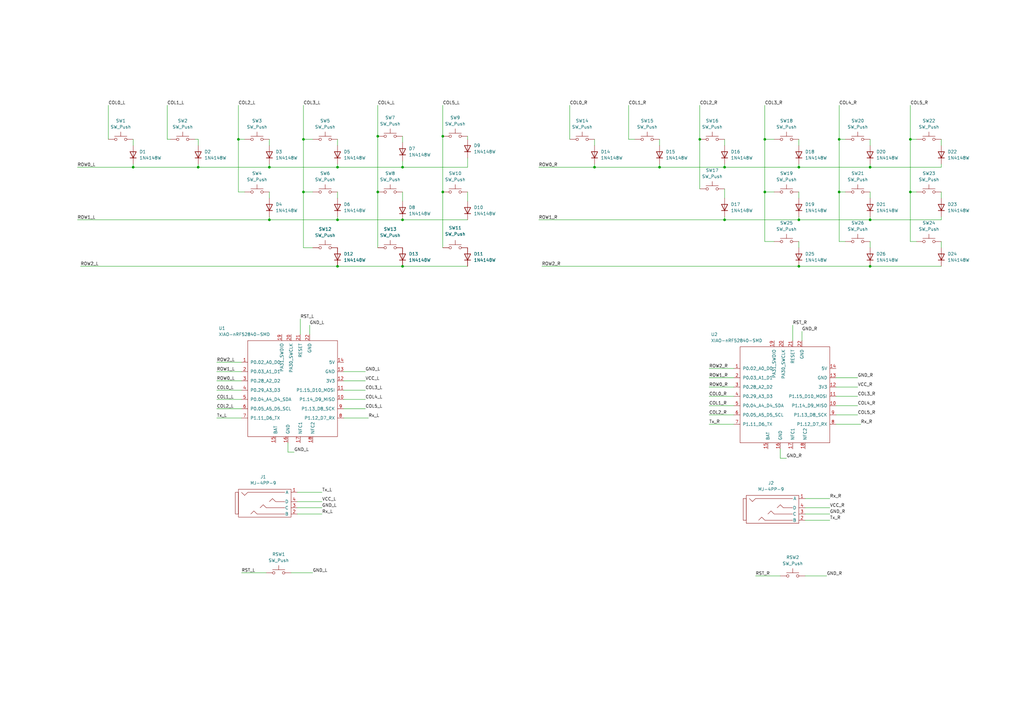
<source format=kicad_sch>
(kicad_sch (version 20250114) (generator "eeschema") (generator_version "9.0")
  (paper "A3")
  (title_block (title "メジロ式分割キーボードのようなもの") (date "2025-07-05"))
  (lib_symbols
    (symbol "Diode:1N4148W" (pin_numbers (hide yes)) (pin_names (hide yes))
      (property "Reference" "D" (at 0 2.54 0))
      (property "Value" "1N4148W" (at 0 -2.54 0))
      (symbol "1N4148W_0_1"
        (polyline (pts (xy -1.27 1.27) (xy -1.27 -1.27)) (stroke (width 0.254)))
        (polyline (pts (xy 1.27 1.27) (xy 1.27 -1.27) (xy -1.27 0) (xy 1.27 1.27)) (stroke (width 0.254)))
        (polyline (pts (xy 1.27 0) (xy -1.27 0)))
      )
      (symbol "1N4148W_1_1"
        (pin passive line (at -3.81 0 0) (length 2.54) (name "K") (number "1"))
        (pin passive line (at 3.81 0 180) (length 2.54) (name "A") (number "2"))
      )
    )
    (symbol "MJ-4PP-9:MJ-4PP-9" (pin_names (offset 1.016))
      (property "Reference" "J" (at 0 7.62 0))
      (property "Value" "MJ-4PP-9" (at 0 -8.89 0))
      (symbol "MJ-4PP-9_0_1"
        (rectangle (start -10.16 3.81) (end -11.43 -5.08))
        (polyline (pts (xy 8.89 3.81) (xy -6.35 3.81) (xy -7.62 2.54) (xy -8.89 3.81)))
        (polyline (pts (xy 8.89 0) (xy 5.08 0) (xy 3.81 1.27) (xy 2.54 0)))
        (polyline (pts (xy 8.89 -2.54) (xy 1.27 -2.54) (xy 0 -1.27) (xy -1.27 -2.54)))
        (polyline (pts (xy 8.89 -5.08) (xy -2.54 -5.08) (xy -3.81 -3.81) (xy -5.08 -5.08)))
        (rectangle (start 11.43 5.08) (end -10.16 -6.35))
      )
      (symbol "MJ-4PP-9_1_1"
        (pin input line (at 13.97 3.81 180) (length 2.54) (name "A") (number "1"))
        (pin input line (at 13.97 0 180) (length 2.54) (name "D") (number "4"))
        (pin input line (at 13.97 -2.54 180) (length 2.54) (name "C") (number "3"))
        (pin input line (at 13.97 -5.08 180) (length 2.54) (name "B") (number "2"))
      )
    )
    (symbol "Seeed_Studio_XIAO_Series:XIAO-nRF52840-SMD" (pin_names (offset 1.016))
      (property "Reference" "U" (at -18.542 23.114 0))
      (property "Value" "XIAO-nRF52840-SMD" (at -8.636 21.336 0))
      (symbol "XIAO-nRF52840-SMD_0_1"
        (rectangle (start -19.05 20.32) (end 17.78 -19.05))
      )
      (symbol "XIAO-nRF52840-SMD_1_1"
        (pin passive line (at -21.59 11.43 0) (length 2.54) (name "P0.02_A0_D0") (number "1"))
        (pin passive line (at -21.59 7.62 0) (length 2.54) (name "P0.03_A1_D1") (number "2"))
        (pin passive line (at -21.59 3.81 0) (length 2.54) (name "P0.28_A2_D2") (number "3"))
        (pin passive line (at -21.59 0 0) (length 2.54) (name "P0.29_A3_D3") (number "4"))
        (pin passive line (at -21.59 -3.81 0) (length 2.54) (name "P0.04_A4_D4_SDA") (number "5"))
        (pin passive line (at -21.59 -7.62 0) (length 2.54) (name "P0.05_A5_D5_SCL") (number "6"))
        (pin passive line (at -21.59 -11.43 0) (length 2.54) (name "P1.11_D6_TX") (number "7"))
        (pin passive line (at -7.62 -21.59 90) (length 2.54) (name "BAT") (number "15"))
        (pin passive line (at -5.08 22.86 270) (length 2.54) (name "PA31_SWDIO") (number "19"))
        (pin passive line (at -2.54 -21.59 90) (length 2.54) (name "GND") (number "16"))
        (pin passive line (at -1.27 22.86 270) (length 2.54) (name "PA30_SWCLK") (number "20"))
        (pin passive line (at 2.54 22.86 270) (length 2.54) (name "RESET") (number "21"))
        (pin passive line (at 2.54 -21.59 90) (length 2.54) (name "NFC1") (number "17"))
        (pin passive line (at 6.35 22.86 270) (length 2.54) (name "GND") (number "22"))
        (pin passive line (at 7.62 -21.59 90) (length 2.54) (name "NFC2") (number "18"))
        (pin passive line (at 20.32 11.43 180) (length 2.54) (name "5V") (number "14"))
        (pin passive line (at 20.32 7.62 180) (length 2.54) (name "GND") (number "13"))
        (pin passive line (at 20.32 3.81 180) (length 2.54) (name "3V3") (number "12"))
        (pin passive line (at 20.32 0 180) (length 2.54) (name "P1.15_D10_MOSI") (number "11"))
        (pin passive line (at 20.32 -3.81 180) (length 2.54) (name "P1.14_D9_MISO") (number "10"))
        (pin passive line (at 20.32 -7.62 180) (length 2.54) (name "P1.13_D8_SCK") (number "9"))
        (pin passive line (at 20.32 -11.43 180) (length 2.54) (name "P1.12_D7_RX") (number "8"))
      )
    )
    (symbol "Switch:SW_Push" (pin_numbers (hide yes)) (pin_names (offset 1.016) (hide yes))
      (property "Reference" "SW" (at 1.27 2.54 0))
      (property "Value" "SW_Push" (at 0 -1.524 0))
      (symbol "SW_Push_0_1"
        (circle (center -2.032 0) (radius 0.508))
        (polyline (pts (xy 0 1.27) (xy 0 3.048)))
        (circle (center 2.032 0) (radius 0.508))
        (polyline (pts (xy 2.54 1.27) (xy -2.54 1.27)))
        (pin passive line (at -5.08 0 0) (length 2.54) (name "1") (number "1"))
        (pin passive line (at 5.08 0 180) (length 2.54) (name "2") (number "2"))
      )
    )
  )
  (junction (at 124.46 78.74))
  (junction (at 110.49 68.58))
  (junction (at 181.61 78.74))
  (junction (at 81.28 68.58))
  (junction (at 243.84 68.58))
  (junction (at 327.66 109.22))
  (junction (at 287.02 57.15))
  (junction (at 154.94 55.88))
  (junction (at 313.69 57.15))
  (junction (at 356.87 109.22))
  (junction (at 327.66 90.17))
  (junction (at 165.1 109.22))
  (junction (at 138.43 109.22))
  (junction (at 297.18 90.17))
  (junction (at 356.87 68.58))
  (junction (at 54.61 68.58))
  (junction (at 344.17 78.74))
  (junction (at 297.18 68.58))
  (junction (at 138.43 68.58))
  (junction (at 138.43 90.17))
  (junction (at 373.38 57.15))
  (junction (at 97.79 57.15))
  (junction (at 124.46 57.15))
  (junction (at 327.66 68.58))
  (junction (at 165.1 90.17))
  (junction (at 165.1 68.58))
  (junction (at 313.69 78.74))
  (junction (at 154.94 78.74))
  (junction (at 373.38 78.74))
  (junction (at 181.61 55.88))
  (junction (at 270.51 68.58))
  (junction (at 110.49 90.17))
  (junction (at 356.87 90.17))
  (junction (at 344.17 57.15))
  (wire (pts (xy 31.75 68.58) (xy 54.61 68.58)))
  (wire (pts (xy 270.51 57.15) (xy 270.51 59.69)))
  (wire (pts (xy 297.18 77.47) (xy 297.18 81.28)))
  (wire (pts (xy 327.66 57.15) (xy 327.66 59.69)))
  (wire (pts (xy 121.92 208.28) (xy 132.08 208.28)))
  (wire (pts (xy 386.08 99.06) (xy 386.08 101.6)))
  (wire (pts (xy 110.49 88.9) (xy 110.49 90.17)))
  (wire (pts (xy 121.92 201.93) (xy 132.08 201.93)))
  (wire (pts (xy 140.97 163.83) (xy 149.86 163.83)))
  (wire (pts (xy 290.83 151.13) (xy 300.99 151.13)))
  (wire (pts (xy 344.17 78.74) (xy 346.71 78.74)))
  (wire (pts (xy 140.97 152.4) (xy 149.86 152.4)))
  (wire (pts (xy 68.58 57.15) (xy 69.85 57.15)))
  (wire (pts (xy 88.9 152.4) (xy 99.06 152.4)))
  (wire (pts (xy 327.66 67.31) (xy 327.66 68.58)))
  (wire (pts (xy 138.43 90.17) (xy 110.49 90.17)))
  (wire (pts (xy 97.79 78.74) (xy 100.33 78.74)))
  (wire (pts (xy 81.28 68.58) (xy 110.49 68.58)))
  (wire (pts (xy 88.9 160.02) (xy 99.06 160.02)))
  (wire (pts (xy 191.77 90.17) (xy 165.1 90.17)))
  (wire (pts (xy 243.84 57.15) (xy 243.84 59.69)))
  (wire (pts (xy 386.08 90.17) (xy 356.87 90.17)))
  (wire (pts (xy 344.17 57.15) (xy 344.17 78.74)))
  (wire (pts (xy 290.83 170.18) (xy 300.99 170.18)))
  (wire (pts (xy 140.97 156.21) (xy 149.86 156.21)))
  (wire (pts (xy 356.87 109.22) (xy 386.08 109.22)))
  (wire (pts (xy 330.2 208.28) (xy 340.36 208.28)))
  (wire (pts (xy 123.19 130.81) (xy 123.19 137.16)))
  (wire (pts (xy 290.83 166.37) (xy 300.99 166.37)))
  (wire (pts (xy 330.2 210.82) (xy 340.36 210.82)))
  (wire (pts (xy 287.02 57.15) (xy 287.02 77.47)))
  (wire (pts (xy 297.18 67.31) (xy 297.18 68.58)))
  (wire (pts (xy 165.1 109.22) (xy 191.77 109.22)))
  (wire (pts (xy 356.87 99.06) (xy 356.87 101.6)))
  (wire (pts (xy 297.18 88.9) (xy 297.18 90.17)))
  (wire (pts (xy 373.38 99.06) (xy 375.92 99.06)))
  (wire (pts (xy 313.69 43.18) (xy 313.69 57.15)))
  (wire (pts (xy 44.45 43.18) (xy 44.45 57.15)))
  (wire (pts (xy 110.49 68.58) (xy 138.43 68.58)))
  (wire (pts (xy 344.17 43.18) (xy 344.17 57.15)))
  (wire (pts (xy 220.98 68.58) (xy 243.84 68.58)))
  (wire (pts (xy 140.97 167.64) (xy 149.86 167.64)))
  (wire (pts (xy 99.06 234.95) (xy 109.22 234.95)))
  (wire (pts (xy 270.51 67.31) (xy 270.51 68.58)))
  (wire (pts (xy 313.69 78.74) (xy 313.69 99.06)))
  (wire (pts (xy 138.43 67.31) (xy 138.43 68.58)))
  (wire (pts (xy 31.75 90.17) (xy 110.49 90.17)))
  (wire (pts (xy 342.9 170.18) (xy 351.79 170.18)))
  (wire (pts (xy 191.77 78.74) (xy 191.77 82.55)))
  (wire (pts (xy 121.92 205.74) (xy 132.08 205.74)))
  (wire (pts (xy 54.61 68.58) (xy 81.28 68.58)))
  (wire (pts (xy 124.46 57.15) (xy 124.46 78.74)))
  (wire (pts (xy 327.66 88.9) (xy 327.66 90.17)))
  (wire (pts (xy 287.02 43.18) (xy 287.02 57.15)))
  (wire (pts (xy 297.18 90.17) (xy 327.66 90.17)))
  (wire (pts (xy 386.08 88.9) (xy 386.08 90.17)))
  (wire (pts (xy 342.9 158.75) (xy 351.79 158.75)))
  (wire (pts (xy 328.93 135.89) (xy 328.93 139.7)))
  (wire (pts (xy 327.66 78.74) (xy 327.66 81.28)))
  (wire (pts (xy 88.9 167.64) (xy 99.06 167.64)))
  (wire (pts (xy 373.38 78.74) (xy 373.38 99.06)))
  (wire (pts (xy 344.17 57.15) (xy 346.71 57.15)))
  (wire (pts (xy 330.2 204.47) (xy 340.36 204.47)))
  (wire (pts (xy 373.38 57.15) (xy 375.92 57.15)))
  (wire (pts (xy 80.01 57.15) (xy 81.28 57.15)))
  (wire (pts (xy 138.43 78.74) (xy 138.43 81.28)))
  (wire (pts (xy 330.2 236.22) (xy 339.09 236.22)))
  (wire (pts (xy 154.94 78.74) (xy 154.94 101.6)))
  (wire (pts (xy 154.94 55.88) (xy 154.94 78.74)))
  (wire (pts (xy 138.43 109.22) (xy 165.1 109.22)))
  (wire (pts (xy 88.9 163.83) (xy 99.06 163.83)))
  (wire (pts (xy 124.46 43.18) (xy 124.46 57.15)))
  (wire (pts (xy 54.61 67.31) (xy 54.61 68.58)))
  (wire (pts (xy 97.79 57.15) (xy 100.33 57.15)))
  (wire (pts (xy 165.1 78.74) (xy 165.1 82.55)))
  (wire (pts (xy 356.87 78.74) (xy 356.87 81.28)))
  (wire (pts (xy 110.49 78.74) (xy 110.49 81.28)))
  (wire (pts (xy 373.38 43.18) (xy 373.38 57.15)))
  (wire (pts (xy 110.49 57.15) (xy 110.49 59.69)))
  (wire (pts (xy 33.02 109.22) (xy 138.43 109.22)))
  (wire (pts (xy 342.9 166.37) (xy 351.79 166.37)))
  (wire (pts (xy 320.04 184.15) (xy 320.04 187.96)))
  (wire (pts (xy 313.69 57.15) (xy 317.5 57.15)))
  (wire (pts (xy 54.61 57.15) (xy 54.61 59.69)))
  (wire (pts (xy 181.61 43.18) (xy 181.61 55.88)))
  (wire (pts (xy 165.1 90.17) (xy 138.43 90.17)))
  (wire (pts (xy 124.46 78.74) (xy 128.27 78.74)))
  (wire (pts (xy 243.84 67.31) (xy 243.84 68.58)))
  (wire (pts (xy 386.08 57.15) (xy 386.08 59.69)))
  (wire (pts (xy 191.77 55.88) (xy 191.77 57.15)))
  (wire (pts (xy 325.12 133.35) (xy 325.12 139.7)))
  (wire (pts (xy 119.38 234.95) (xy 128.27 234.95)))
  (wire (pts (xy 344.17 99.06) (xy 346.71 99.06)))
  (wire (pts (xy 320.04 187.96) (xy 322.58 187.96)))
  (wire (pts (xy 138.43 57.15) (xy 138.43 59.69)))
  (wire (pts (xy 290.83 158.75) (xy 300.99 158.75)))
  (wire (pts (xy 124.46 57.15) (xy 128.27 57.15)))
  (wire (pts (xy 309.88 236.22) (xy 320.04 236.22)))
  (wire (pts (xy 313.69 99.06) (xy 317.5 99.06)))
  (wire (pts (xy 81.28 67.31) (xy 81.28 68.58)))
  (wire (pts (xy 165.1 66.04) (xy 165.1 68.58)))
  (wire (pts (xy 121.92 210.82) (xy 132.08 210.82)))
  (wire (pts (xy 327.66 90.17) (xy 356.87 90.17)))
  (wire (pts (xy 110.49 67.31) (xy 110.49 68.58)))
  (wire (pts (xy 191.77 64.77) (xy 191.77 68.58)))
  (wire (pts (xy 356.87 90.17) (xy 356.87 88.9)))
  (wire (pts (xy 88.9 156.21) (xy 99.06 156.21)))
  (wire (pts (xy 342.9 173.99) (xy 353.06 173.99)))
  (wire (pts (xy 386.08 78.74) (xy 386.08 81.28)))
  (wire (pts (xy 257.81 43.18) (xy 257.81 57.15)))
  (wire (pts (xy 165.1 55.88) (xy 165.1 58.42)))
  (wire (pts (xy 138.43 68.58) (xy 165.1 68.58)))
  (wire (pts (xy 313.69 78.74) (xy 317.5 78.74)))
  (wire (pts (xy 68.58 43.18) (xy 68.58 57.15)))
  (wire (pts (xy 270.51 68.58) (xy 297.18 68.58)))
  (wire (pts (xy 138.43 90.17) (xy 138.43 88.9)))
  (wire (pts (xy 297.18 57.15) (xy 297.18 59.69)))
  (wire (pts (xy 127 133.35) (xy 127 137.16)))
  (wire (pts (xy 373.38 57.15) (xy 373.38 78.74)))
  (wire (pts (xy 327.66 99.06) (xy 327.66 101.6)))
  (wire (pts (xy 290.83 154.94) (xy 300.99 154.94)))
  (wire (pts (xy 313.69 57.15) (xy 313.69 78.74)))
  (wire (pts (xy 386.08 67.31) (xy 386.08 68.58)))
  (wire (pts (xy 181.61 78.74) (xy 181.61 101.6)))
  (wire (pts (xy 140.97 160.02) (xy 149.86 160.02)))
  (wire (pts (xy 140.97 171.45) (xy 151.13 171.45)))
  (wire (pts (xy 220.98 90.17) (xy 297.18 90.17)))
  (wire (pts (xy 118.11 185.42) (xy 120.65 185.42)))
  (wire (pts (xy 327.66 109.22) (xy 356.87 109.22)))
  (wire (pts (xy 124.46 78.74) (xy 124.46 101.6)))
  (wire (pts (xy 81.28 57.15) (xy 81.28 59.69)))
  (wire (pts (xy 344.17 78.74) (xy 344.17 99.06)))
  (wire (pts (xy 233.68 43.18) (xy 233.68 57.15)))
  (wire (pts (xy 356.87 68.58) (xy 386.08 68.58)))
  (wire (pts (xy 356.87 57.15) (xy 356.87 59.69)))
  (wire (pts (xy 290.83 162.56) (xy 300.99 162.56)))
  (wire (pts (xy 88.9 171.45) (xy 99.06 171.45)))
  (wire (pts (xy 330.2 213.36) (xy 340.36 213.36)))
  (wire (pts (xy 257.81 57.15) (xy 260.35 57.15)))
  (wire (pts (xy 327.66 68.58) (xy 356.87 68.58)))
  (wire (pts (xy 373.38 78.74) (xy 375.92 78.74)))
  (wire (pts (xy 290.83 173.99) (xy 300.99 173.99)))
  (wire (pts (xy 154.94 43.18) (xy 154.94 55.88)))
  (wire (pts (xy 222.25 109.22) (xy 327.66 109.22)))
  (wire (pts (xy 342.9 154.94) (xy 351.79 154.94)))
  (wire (pts (xy 118.11 181.61) (xy 118.11 185.42)))
  (wire (pts (xy 297.18 68.58) (xy 327.66 68.58)))
  (wire (pts (xy 124.46 101.6) (xy 128.27 101.6)))
  (wire (pts (xy 181.61 55.88) (xy 181.61 78.74)))
  (wire (pts (xy 97.79 57.15) (xy 97.79 78.74)))
  (wire (pts (xy 342.9 162.56) (xy 351.79 162.56)))
  (wire (pts (xy 191.77 68.58) (xy 165.1 68.58)))
  (wire (pts (xy 356.87 68.58) (xy 356.87 67.31)))
  (wire (pts (xy 97.79 43.18) (xy 97.79 57.15)))
  (wire (pts (xy 243.84 68.58) (xy 270.51 68.58)))
  (wire (pts (xy 88.9 148.59) (xy 99.06 148.59)))
  (label "COL4_R" (at 344.17 43.18 0))
  (label "COL2_R" (at 287.02 43.18 0))
  (label "COL5_L" (at 149.86 167.64 0))
  (label "COL2_L" (at 88.9 167.64 0))
  (label "COL3_L" (at 149.86 160.02 0))
  (label "ROW2_L" (at 88.9 148.59 0))
  (label "ROW0_R" (at 220.98 68.58 0))
  (label "COL3_R" (at 351.79 162.56 0))
  (label "COL4_L" (at 154.94 43.18 0))
  (label "Tx_L" (at 88.9 171.45 0))
  (label "Rx_R" (at 353.06 173.99 0))
  (label "ROW1_R" (at 290.83 154.94 0))
  (label "Tx_R" (at 340.36 213.36 0))
  (label "ROW2_R" (at 222.25 109.22 0))
  (label "ROW0_R" (at 290.83 158.75 0))
  (label "RST_R" (at 309.88 236.22 0))
  (label "COL0_R" (at 290.83 162.56 0))
  (label "COL0_L" (at 88.9 160.02 0))
  (label "ROW2_R" (at 290.83 151.13 0))
  (label "ROW1_L" (at 88.9 152.4 0))
  (label "COL2_R" (at 290.83 170.18 0))
  (label "GND_L" (at 120.65 185.42 0))
  (label "VCC_L" (at 149.86 156.21 0))
  (label "Rx_R" (at 340.36 204.47 0))
  (label "COL1_L" (at 88.9 163.83 0))
  (label "COL5_R" (at 373.38 43.18 0))
  (label "ROW1_L" (at 31.75 90.17 0))
  (label "VCC_L" (at 132.08 205.74 0))
  (label "GND_L" (at 149.86 152.4 0))
  (label "COL3_L" (at 124.46 43.18 0))
  (label "COL1_L" (at 68.58 43.18 0))
  (label "COL0_R" (at 233.68 43.18 0))
  (label "COL2_L" (at 97.79 43.18 0))
  (label "Rx_L" (at 132.08 210.82 0))
  (label "GND_L" (at 132.08 208.28 0))
  (label "COL4_R" (at 351.79 166.37 0))
  (label "ROW0_L" (at 88.9 156.21 0))
  (label "COL1_R" (at 290.83 166.37 0))
  (label "COL5_L" (at 181.61 43.18 0))
  (label "Tx_R" (at 290.83 173.99 0))
  (label "GND_R" (at 351.79 154.94 0))
  (label "GND_L" (at 128.27 234.95 0))
  (label "RST_L" (at 123.19 130.81 0))
  (label "COL3_R" (at 313.69 43.18 0))
  (label "RST_L" (at 99.06 234.95 0))
  (label "COL1_R" (at 257.81 43.18 0))
  (label "VCC_R" (at 351.79 158.75 0))
  (label "Tx_L" (at 132.08 201.93 0))
  (label "GND_R" (at 339.09 236.22 0))
  (label "GND_R" (at 328.93 135.89 0))
  (label "GND_R" (at 322.58 187.96 0))
  (label "GND_R" (at 340.36 210.82 0))
  (label "ROW1_R" (at 220.98 90.17 0))
  (label "RST_R" (at 325.12 133.35 0))
  (label "VCC_R" (at 340.36 208.28 0))
  (label "COL5_R" (at 351.79 170.18 0))
  (label "ROW0_L" (at 31.75 68.58 0))
  (label "Rx_L" (at 151.13 171.45 0))
  (label "GND_L" (at 127 133.35 0))
  (label "COL0_L" (at 44.45 43.18 0))
  (label "COL4_L" (at 149.86 163.83 0))
  (label "ROW2_L" (at 33.02 109.22 0))
  (symbol (lib_id "Switch:SW_Push") (at 322.58 57.15 0) (unit 1)
    (property "Reference" "SW18" (at 322.58 49.53 0))
    (property "Value" "SW_Push" (at 322.58 52.07 0))
    (property "Footprint" "keyswitches:Kailh_socket_MX" (effects (hide yes)))
    (property "Description" "Push button switch, generic, two pins" (effects (hide yes)))
  )
  (symbol (lib_id "Switch:SW_Push") (at 114.3 234.95 0) (unit 1)
    (property "Reference" "RSW1" (at 114.3 227.33 0))
    (property "Value" "SW_Push" (at 114.3 229.87 0))
    (property "Footprint" "mejiro_footprint:SKHLLCA010" (effects (hide yes)))
    (property "Description" "Push button switch, generic, two pins" (effects (hide yes)))
  )
  (symbol (lib_id "Switch:SW_Push") (at 381 99.06 0) (unit 1)
    (property "Reference" "SW24" (at 381 91.44 0))
    (property "Value" "SW_Push" (at 381 93.98 0))
    (property "Footprint" "keyswitches:Kailh_socket_MX" (effects (hide yes)))
    (property "Description" "Push button switch, generic, two pins" (effects (hide yes)))
  )
  (symbol (lib_id "Diode:1N4148W") (at 327.66 105.41 90) (unit 1)
    (property "Reference" "D25" (at 330.2 104.1399 90) (effects (justify right)))
    (property "Value" "1N4148W" (at 330.2 106.6799 90) (effects (justify right)))
    (property "Footprint" "Diode_SMD:D_SOD-123" (effects (hide yes)))
    (property "Datasheet" "https://www.vishay.com/docs/85748/1n4148w.pdf" (effects (hide yes)))
    (property "Description" "75V 0.15A Fast Switching Diode, SOD-123" (effects (hide yes)))
    (property "Sim.Device" "D" (effects (hide yes)))
    (property "Sim.Pins" "1=K 2=A" (effects (hide yes)))
  )
  (symbol (lib_id "Switch:SW_Push") (at 351.79 99.06 0) (unit 1)
    (property "Reference" "SW26" (at 351.79 91.44 0))
    (property "Value" "SW_Push" (at 351.79 93.98 0))
    (property "Footprint" "keyswitches:Kailh_socket_MX" (effects (hide yes)))
    (property "Description" "Push button switch, generic, two pins" (effects (hide yes)))
  )
  (symbol (lib_id "Diode:1N4148W") (at 191.77 86.36 90) (unit 1)
    (property "Reference" "D10" (at 194.31 85.0899 90) (effects (justify right)))
    (property "Value" "1N4148W" (at 194.31 87.6299 90) (effects (justify right)))
    (property "Footprint" "Diode_SMD:D_SOD-123" (effects (hide yes)))
    (property "Datasheet" "https://www.vishay.com/docs/85748/1n4148w.pdf" (effects (hide yes)))
    (property "Description" "75V 0.15A Fast Switching Diode, SOD-123" (effects (hide yes)))
    (property "Sim.Device" "D" (effects (hide yes)))
    (property "Sim.Pins" "1=K 2=A" (effects (hide yes)))
  )
  (symbol (lib_id "Diode:1N4148W") (at 356.87 63.5 90) (unit 1)
    (property "Reference" "D20" (at 359.41 62.2299 90) (effects (justify right)))
    (property "Value" "1N4148W" (at 359.41 64.7699 90) (effects (justify right)))
    (property "Footprint" "Diode_SMD:D_SOD-123" (effects (hide yes)))
    (property "Datasheet" "https://www.vishay.com/docs/85748/1n4148w.pdf" (effects (hide yes)))
    (property "Description" "75V 0.15A Fast Switching Diode, SOD-123" (effects (hide yes)))
    (property "Sim.Device" "D" (effects (hide yes)))
    (property "Sim.Pins" "1=K 2=A" (effects (hide yes)))
  )
  (symbol (lib_id "Switch:SW_Push") (at 322.58 78.74 0) (unit 1)
    (property "Reference" "SW19" (at 322.58 71.12 0))
    (property "Value" "SW_Push" (at 322.58 73.66 0))
    (property "Footprint" "keyswitches:Kailh_socket_MX" (effects (hide yes)))
    (property "Description" "Push button switch, generic, two pins" (effects (hide yes)))
  )
  (symbol (lib_id "Switch:SW_Push") (at 238.76 57.15 0) (unit 1)
    (property "Reference" "SW14" (at 238.76 49.53 0))
    (property "Value" "SW_Push" (at 238.76 52.07 0))
    (property "Footprint" "keyswitches:Kailh_socket_MX" (effects (hide yes)))
    (property "Description" "Push button switch, generic, two pins" (effects (hide yes)))
  )
  (symbol (lib_id "Diode:1N4148W") (at 270.51 63.5 90) (unit 1)
    (property "Reference" "D15" (at 273.05 62.2299 90) (effects (justify right)))
    (property "Value" "1N4148W" (at 273.05 64.7699 90) (effects (justify right)))
    (property "Footprint" "Diode_SMD:D_SOD-123" (effects (hide yes)))
    (property "Datasheet" "https://www.vishay.com/docs/85748/1n4148w.pdf" (effects (hide yes)))
    (property "Description" "75V 0.15A Fast Switching Diode, SOD-123" (effects (hide yes)))
    (property "Sim.Device" "D" (effects (hide yes)))
    (property "Sim.Pins" "1=K 2=A" (effects (hide yes)))
  )
  (symbol (lib_id "Diode:1N4148W") (at 386.08 85.09 90) (unit 1)
    (property "Reference" "D23" (at 388.62 83.8199 90) (effects (justify right)))
    (property "Value" "1N4148W" (at 388.62 86.3599 90) (effects (justify right)))
    (property "Footprint" "Diode_SMD:D_SOD-123" (effects (hide yes)))
    (property "Datasheet" "https://www.vishay.com/docs/85748/1n4148w.pdf" (effects (hide yes)))
    (property "Description" "75V 0.15A Fast Switching Diode, SOD-123" (effects (hide yes)))
    (property "Sim.Device" "D" (effects (hide yes)))
    (property "Sim.Pins" "1=K 2=A" (effects (hide yes)))
  )
  (symbol (lib_id "Switch:SW_Push") (at 105.41 78.74 0) (unit 1)
    (property "Reference" "SW4" (at 105.41 71.12 0))
    (property "Value" "SW_Push" (at 105.41 73.66 0))
    (property "Footprint" "keyswitches:Kailh_socket_MX" (effects (hide yes)))
    (property "Description" "Push button switch, generic, two pins" (effects (hide yes)))
  )
  (symbol (lib_id "Switch:SW_Push") (at 186.69 78.74 0) (unit 1)
    (property "Reference" "SW10" (at 186.69 71.12 0))
    (property "Value" "SW_Push" (at 186.69 73.66 0))
    (property "Footprint" "keyswitches:Kailh_socket_MX" (effects (hide yes)))
    (property "Description" "Push button switch, generic, two pins" (effects (hide yes)))
  )
  (symbol (lib_id "Seeed_Studio_XIAO_Series:XIAO-nRF52840-SMD") (at 322.58 162.56 0) (unit 1)
    (property "Reference" "U2" (at 291.592 137.16 0) (effects (justify left)))
    (property "Value" "XIAO-nRF52840-SMD" (at 291.592 139.7 0) (effects (justify left)))
    (property "Footprint" "mejiro_footprint:XIAO-nRF52840-SMD" (effects (hide yes)))
  )
  (symbol (lib_id "Diode:1N4148W") (at 191.77 60.96 90) (unit 1)
    (property "Reference" "D9" (at 194.31 59.6899 90) (effects (justify right)))
    (property "Value" "1N4148W" (at 194.31 62.2299 90) (effects (justify right)))
    (property "Footprint" "Diode_SMD:D_SOD-123" (effects (hide yes)))
    (property "Datasheet" "https://www.vishay.com/docs/85748/1n4148w.pdf" (effects (hide yes)))
    (property "Description" "75V 0.15A Fast Switching Diode, SOD-123" (effects (hide yes)))
    (property "Sim.Device" "D" (effects (hide yes)))
    (property "Sim.Pins" "1=K 2=A" (effects (hide yes)))
  )
  (symbol (lib_id "Switch:SW_Push") (at 265.43 57.15 0) (unit 1)
    (property "Reference" "SW15" (at 265.43 49.53 0))
    (property "Value" "SW_Push" (at 265.43 52.07 0))
    (property "Footprint" "keyswitches:Kailh_socket_MX" (effects (hide yes)))
    (property "Description" "Push button switch, generic, two pins" (effects (hide yes)))
  )
  (symbol (lib_id "Switch:SW_Push") (at 49.53 57.15 0) (unit 1)
    (property "Reference" "SW1" (at 49.53 49.53 0))
    (property "Value" "SW_Push" (at 49.53 52.07 0))
    (property "Footprint" "keyswitches:Kailh_socket_MX" (effects (hide yes)))
    (property "Description" "Push button switch, generic, two pins" (effects (hide yes)))
  )
  (symbol (lib_id "Switch:SW_Push") (at 160.02 101.6 0) (unit 1)
    (property "Reference" "SW13" (at 160.02 93.98 0))
    (property "Value" "SW_Push" (at 160.02 96.52 0))
    (property "Footprint" "keyswitches:Kailh_socket_MX" (effects (hide yes)))
    (property "Description" "Push button switch, generic, two pins" (effects (hide yes)))
  )
  (symbol (lib_id "Diode:1N4148W") (at 110.49 63.5 90) (unit 1)
    (property "Reference" "D3" (at 113.03 62.2299 90) (effects (justify right)))
    (property "Value" "1N4148W" (at 113.03 64.7699 90) (effects (justify right)))
    (property "Footprint" "Diode_SMD:D_SOD-123" (effects (hide yes)))
    (property "Datasheet" "https://www.vishay.com/docs/85748/1n4148w.pdf" (effects (hide yes)))
    (property "Description" "75V 0.15A Fast Switching Diode, SOD-123" (effects (hide yes)))
    (property "Sim.Device" "D" (effects (hide yes)))
    (property "Sim.Pins" "1=K 2=A" (effects (hide yes)))
  )
  (symbol (lib_id "Diode:1N4148W") (at 138.43 105.41 90) (unit 1)
    (property "Reference" "D12" (at 140.97 104.1399 90) (effects (justify right)))
    (property "Value" "1N4148W" (at 140.97 106.6799 90) (effects (justify right)))
    (property "Footprint" "Diode_SMD:D_SOD-123" (effects (hide yes)))
    (property "Datasheet" "https://www.vishay.com/docs/85748/1n4148w.pdf" (effects (hide yes)))
    (property "Description" "75V 0.15A Fast Switching Diode, SOD-123" (effects (hide yes)))
    (property "Sim.Device" "D" (effects (hide yes)))
    (property "Sim.Pins" "1=K 2=A" (effects (hide yes)))
  )
  (symbol (lib_id "Diode:1N4148W") (at 386.08 105.41 90) (unit 1)
    (property "Reference" "D24" (at 388.62 104.1399 90) (effects (justify right)))
    (property "Value" "1N4148W" (at 388.62 106.6799 90) (effects (justify right)))
    (property "Footprint" "Diode_SMD:D_SOD-123" (effects (hide yes)))
    (property "Datasheet" "https://www.vishay.com/docs/85748/1n4148w.pdf" (effects (hide yes)))
    (property "Description" "75V 0.15A Fast Switching Diode, SOD-123" (effects (hide yes)))
    (property "Sim.Device" "D" (effects (hide yes)))
    (property "Sim.Pins" "1=K 2=A" (effects (hide yes)))
  )
  (symbol (lib_id "Diode:1N4148W") (at 327.66 85.09 90) (unit 1)
    (property "Reference" "D19" (at 330.2 83.8199 90) (effects (justify right)))
    (property "Value" "1N4148W" (at 330.2 86.3599 90) (effects (justify right)))
    (property "Footprint" "Diode_SMD:D_SOD-123" (effects (hide yes)))
    (property "Datasheet" "https://www.vishay.com/docs/85748/1n4148w.pdf" (effects (hide yes)))
    (property "Description" "75V 0.15A Fast Switching Diode, SOD-123" (effects (hide yes)))
    (property "Sim.Device" "D" (effects (hide yes)))
    (property "Sim.Pins" "1=K 2=A" (effects (hide yes)))
  )
  (symbol (lib_id "Switch:SW_Push") (at 74.93 57.15 0) (unit 1)
    (property "Reference" "SW2" (at 74.93 49.53 0))
    (property "Value" "SW_Push" (at 74.93 52.07 0))
    (property "Footprint" "keyswitches:Kailh_socket_MX" (effects (hide yes)))
    (property "Description" "Push button switch, generic, two pins" (effects (hide yes)))
  )
  (symbol (lib_id "Diode:1N4148W") (at 138.43 85.09 90) (unit 1)
    (property "Reference" "D6" (at 140.97 83.8199 90) (effects (justify right)))
    (property "Value" "1N4148W" (at 140.97 86.3599 90) (effects (justify right)))
    (property "Footprint" "Diode_SMD:D_SOD-123" (effects (hide yes)))
    (property "Datasheet" "https://www.vishay.com/docs/85748/1n4148w.pdf" (effects (hide yes)))
    (property "Description" "75V 0.15A Fast Switching Diode, SOD-123" (effects (hide yes)))
    (property "Sim.Device" "D" (effects (hide yes)))
    (property "Sim.Pins" "1=K 2=A" (effects (hide yes)))
  )
  (symbol (lib_id "Diode:1N4148W") (at 386.08 63.5 90) (unit 1)
    (property "Reference" "D22" (at 388.62 62.2299 90) (effects (justify right)))
    (property "Value" "1N4148W" (at 388.62 64.7699 90) (effects (justify right)))
    (property "Footprint" "Diode_SMD:D_SOD-123" (effects (hide yes)))
    (property "Datasheet" "https://www.vishay.com/docs/85748/1n4148w.pdf" (effects (hide yes)))
    (property "Description" "75V 0.15A Fast Switching Diode, SOD-123" (effects (hide yes)))
    (property "Sim.Device" "D" (effects (hide yes)))
    (property "Sim.Pins" "1=K 2=A" (effects (hide yes)))
  )
  (symbol (lib_id "Diode:1N4148W") (at 81.28 63.5 90) (unit 1)
    (property "Reference" "D2" (at 83.82 62.2299 90) (effects (justify right)))
    (property "Value" "1N4148W" (at 83.82 64.7699 90) (effects (justify right)))
    (property "Footprint" "Diode_SMD:D_SOD-123" (effects (hide yes)))
    (property "Datasheet" "https://www.vishay.com/docs/85748/1n4148w.pdf" (effects (hide yes)))
    (property "Description" "75V 0.15A Fast Switching Diode, SOD-123" (effects (hide yes)))
    (property "Sim.Device" "D" (effects (hide yes)))
    (property "Sim.Pins" "1=K 2=A" (effects (hide yes)))
  )
  (symbol (lib_id "Diode:1N4148W") (at 191.77 105.41 90) (unit 1)
    (property "Reference" "D11" (at 194.31 104.1399 90) (effects (justify right)))
    (property "Value" "1N4148W" (at 194.31 106.6799 90) (effects (justify right)))
    (property "Footprint" "Diode_SMD:D_SOD-123" (effects (hide yes)))
    (property "Datasheet" "https://www.vishay.com/docs/85748/1n4148w.pdf" (effects (hide yes)))
    (property "Description" "75V 0.15A Fast Switching Diode, SOD-123" (effects (hide yes)))
    (property "Sim.Device" "D" (effects (hide yes)))
    (property "Sim.Pins" "1=K 2=A" (effects (hide yes)))
  )
  (symbol (lib_id "Diode:1N4148W") (at 356.87 85.09 90) (unit 1)
    (property "Reference" "D21" (at 359.41 83.8199 90) (effects (justify right)))
    (property "Value" "1N4148W" (at 359.41 86.3599 90) (effects (justify right)))
    (property "Footprint" "Diode_SMD:D_SOD-123" (effects (hide yes)))
    (property "Datasheet" "https://www.vishay.com/docs/85748/1n4148w.pdf" (effects (hide yes)))
    (property "Description" "75V 0.15A Fast Switching Diode, SOD-123" (effects (hide yes)))
    (property "Sim.Device" "D" (effects (hide yes)))
    (property "Sim.Pins" "1=K 2=A" (effects (hide yes)))
  )
  (symbol (lib_id "Seeed_Studio_XIAO_Series:XIAO-nRF52840-SMD") (at 120.65 160.02 0) (unit 1)
    (property "Reference" "U1" (at 89.662 134.62 0) (effects (justify left)))
    (property "Value" "XIAO-nRF52840-SMD" (at 89.662 137.16 0) (effects (justify left)))
    (property "Footprint" "mejiro_footprint:XIAO-nRF52840-SMD" (effects (hide yes)))
  )
  (symbol (lib_id "Switch:SW_Push") (at 351.79 57.15 0) (unit 1)
    (property "Reference" "SW20" (at 351.79 49.53 0))
    (property "Value" "SW_Push" (at 351.79 52.07 0))
    (property "Footprint" "keyswitches:Kailh_socket_MX" (effects (hide yes)))
    (property "Description" "Push button switch, generic, two pins" (effects (hide yes)))
  )
  (symbol (lib_id "Diode:1N4148W") (at 356.87 105.41 90) (unit 1)
    (property "Reference" "D26" (at 359.41 104.1399 90) (effects (justify right)))
    (property "Value" "1N4148W" (at 359.41 106.6799 90) (effects (justify right)))
    (property "Footprint" "Diode_SMD:D_SOD-123" (effects (hide yes)))
    (property "Datasheet" "https://www.vishay.com/docs/85748/1n4148w.pdf" (effects (hide yes)))
    (property "Description" "75V 0.15A Fast Switching Diode, SOD-123" (effects (hide yes)))
    (property "Sim.Device" "D" (effects (hide yes)))
    (property "Sim.Pins" "1=K 2=A" (effects (hide yes)))
  )
  (symbol (lib_id "Diode:1N4148W") (at 165.1 62.23 90) (unit 1)
    (property "Reference" "D7" (at 167.64 60.9599 90) (effects (justify right)))
    (property "Value" "1N4148W" (at 167.64 63.4999 90) (effects (justify right)))
    (property "Footprint" "Diode_SMD:D_SOD-123" (effects (hide yes)))
    (property "Datasheet" "https://www.vishay.com/docs/85748/1n4148w.pdf" (effects (hide yes)))
    (property "Description" "75V 0.15A Fast Switching Diode, SOD-123" (effects (hide yes)))
    (property "Sim.Device" "D" (effects (hide yes)))
    (property "Sim.Pins" "1=K 2=A" (effects (hide yes)))
  )
  (symbol (lib_id "Diode:1N4148W") (at 138.43 63.5 90) (unit 1)
    (property "Reference" "D5" (at 140.97 62.2299 90) (effects (justify right)))
    (property "Value" "1N4148W" (at 140.97 64.7699 90) (effects (justify right)))
    (property "Footprint" "Diode_SMD:D_SOD-123" (effects (hide yes)))
    (property "Datasheet" "https://www.vishay.com/docs/85748/1n4148w.pdf" (effects (hide yes)))
    (property "Description" "75V 0.15A Fast Switching Diode, SOD-123" (effects (hide yes)))
    (property "Sim.Device" "D" (effects (hide yes)))
    (property "Sim.Pins" "1=K 2=A" (effects (hide yes)))
  )
  (symbol (lib_id "Switch:SW_Push") (at 325.12 236.22 0) (unit 1)
    (property "Reference" "RSW2" (at 325.12 228.6 0))
    (property "Value" "SW_Push" (at 325.12 231.14 0))
    (property "Footprint" "mejiro_footprint:SKHLLCA010" (effects (hide yes)))
    (property "Description" "Push button switch, generic, two pins" (effects (hide yes)))
  )
  (symbol (lib_id "Switch:SW_Push") (at 322.58 99.06 0) (unit 1)
    (property "Reference" "SW25" (at 322.58 91.44 0))
    (property "Value" "SW_Push" (at 322.58 93.98 0))
    (property "Footprint" "keyswitches:Kailh_socket_MX" (effects (hide yes)))
    (property "Description" "Push button switch, generic, two pins" (effects (hide yes)))
  )
  (symbol (lib_id "Diode:1N4148W") (at 243.84 63.5 90) (unit 1)
    (property "Reference" "D14" (at 246.38 62.2299 90) (effects (justify right)))
    (property "Value" "1N4148W" (at 246.38 64.7699 90) (effects (justify right)))
    (property "Footprint" "Diode_SMD:D_SOD-123" (effects (hide yes)))
    (property "Datasheet" "https://www.vishay.com/docs/85748/1n4148w.pdf" (effects (hide yes)))
    (property "Description" "75V 0.15A Fast Switching Diode, SOD-123" (effects (hide yes)))
    (property "Sim.Device" "D" (effects (hide yes)))
    (property "Sim.Pins" "1=K 2=A" (effects (hide yes)))
  )
  (symbol (lib_id "Diode:1N4148W") (at 110.49 85.09 90) (unit 1)
    (property "Reference" "D4" (at 113.03 83.8199 90) (effects (justify right)))
    (property "Value" "1N4148W" (at 113.03 86.3599 90) (effects (justify right)))
    (property "Footprint" "Diode_SMD:D_SOD-123" (effects (hide yes)))
    (property "Datasheet" "https://www.vishay.com/docs/85748/1n4148w.pdf" (effects (hide yes)))
    (property "Description" "75V 0.15A Fast Switching Diode, SOD-123" (effects (hide yes)))
    (property "Sim.Device" "D" (effects (hide yes)))
    (property "Sim.Pins" "1=K 2=A" (effects (hide yes)))
  )
  (symbol (lib_id "Switch:SW_Push") (at 186.69 55.88 0) (unit 1)
    (property "Reference" "SW9" (at 186.69 48.26 0))
    (property "Value" "SW_Push" (at 186.69 50.8 0))
    (property "Footprint" "keyswitches:Kailh_socket_MX" (effects (hide yes)))
    (property "Description" "Push button switch, generic, two pins" (effects (hide yes)))
  )
  (symbol (lib_id "Switch:SW_Push") (at 186.69 101.6 0) (unit 1)
    (property "Reference" "SW11" (at 186.69 93.472 0))
    (property "Value" "SW_Push" (at 186.69 96.012 0))
    (property "Footprint" "keyswitches:Kailh_socket_MX" (effects (hide yes)))
    (property "Description" "Push button switch, generic, two pins" (effects (hide yes)))
  )
  (symbol (lib_id "Switch:SW_Push") (at 160.02 55.88 0) (unit 1)
    (property "Reference" "SW7" (at 160.02 48.26 0))
    (property "Value" "SW_Push" (at 160.02 50.8 0))
    (property "Footprint" "keyswitches:Kailh_socket_MX" (effects (hide yes)))
    (property "Description" "Push button switch, generic, two pins" (effects (hide yes)))
  )
  (symbol (lib_id "Diode:1N4148W") (at 165.1 105.41 90) (unit 1)
    (property "Reference" "D13" (at 167.64 104.1399 90) (effects (justify right)))
    (property "Value" "1N4148W" (at 167.64 106.6799 90) (effects (justify right)))
    (property "Footprint" "Diode_SMD:D_SOD-123" (effects (hide yes)))
    (property "Datasheet" "https://www.vishay.com/docs/85748/1n4148w.pdf" (effects (hide yes)))
    (property "Description" "75V 0.15A Fast Switching Diode, SOD-123" (effects (hide yes)))
    (property "Sim.Device" "D" (effects (hide yes)))
    (property "Sim.Pins" "1=K 2=A" (effects (hide yes)))
  )
  (symbol (lib_id "Switch:SW_Push") (at 381 78.74 0) (unit 1)
    (property "Reference" "SW23" (at 381 71.12 0))
    (property "Value" "SW_Push" (at 381 73.66 0))
    (property "Footprint" "keyswitches:Kailh_socket_MX" (effects (hide yes)))
    (property "Description" "Push button switch, generic, two pins" (effects (hide yes)))
  )
  (symbol (lib_id "Diode:1N4148W") (at 54.61 63.5 90) (unit 1)
    (property "Reference" "D1" (at 57.15 62.2299 90) (effects (justify right)))
    (property "Value" "1N4148W" (at 57.15 64.7699 90) (effects (justify right)))
    (property "Footprint" "Diode_SMD:D_SOD-123" (effects (hide yes)))
    (property "Datasheet" "https://www.vishay.com/docs/85748/1n4148w.pdf" (effects (hide yes)))
    (property "Description" "75V 0.15A Fast Switching Diode, SOD-123" (effects (hide yes)))
    (property "Sim.Device" "D" (effects (hide yes)))
    (property "Sim.Pins" "1=K 2=A" (effects (hide yes)))
  )
  (symbol (lib_id "Switch:SW_Push") (at 351.79 78.74 0) (unit 1)
    (property "Reference" "SW21" (at 351.79 71.12 0))
    (property "Value" "SW_Push" (at 351.79 73.66 0))
    (property "Footprint" "keyswitches:Kailh_socket_MX" (effects (hide yes)))
    (property "Description" "Push button switch, generic, two pins" (effects (hide yes)))
  )
  (symbol (lib_id "Switch:SW_Push") (at 160.02 78.74 0) (unit 1)
    (property "Reference" "SW8" (at 160.02 71.12 0))
    (property "Value" "SW_Push" (at 160.02 73.66 0))
    (property "Footprint" "keyswitches:Kailh_socket_MX" (effects (hide yes)))
    (property "Description" "Push button switch, generic, two pins" (effects (hide yes)))
  )
  (symbol (lib_id "Switch:SW_Push") (at 133.35 57.15 0) (unit 1)
    (property "Reference" "SW5" (at 133.35 49.53 0))
    (property "Value" "SW_Push" (at 133.35 52.07 0))
    (property "Footprint" "keyswitches:Kailh_socket_MX" (effects (hide yes)))
    (property "Description" "Push button switch, generic, two pins" (effects (hide yes)))
  )
  (symbol (lib_id "Switch:SW_Push") (at 105.41 57.15 0) (unit 1)
    (property "Reference" "SW3" (at 105.41 49.53 0))
    (property "Value" "SW_Push" (at 105.41 52.07 0))
    (property "Footprint" "keyswitches:Kailh_socket_MX" (effects (hide yes)))
    (property "Description" "Push button switch, generic, two pins" (effects (hide yes)))
  )
  (symbol (lib_id "Switch:SW_Push") (at 381 57.15 0) (unit 1)
    (property "Reference" "SW22" (at 381 49.53 0))
    (property "Value" "SW_Push" (at 381 52.07 0))
    (property "Footprint" "keyswitches:Kailh_socket_MX" (effects (hide yes)))
    (property "Description" "Push button switch, generic, two pins" (effects (hide yes)))
  )
  (symbol (lib_id "MJ-4PP-9:MJ-4PP-9") (at 316.23 208.28 0) (unit 1)
    (property "Reference" "J2" (at 316.23 198.12 0))
    (property "Value" "MJ-4PP-9" (at 316.23 200.66 0))
    (property "Footprint" "MJ-4PP-9:MJ-4PP-9" (effects (hide yes)))
  )
  (symbol (lib_id "Switch:SW_Push") (at 133.35 101.6 0) (unit 1)
    (property "Reference" "SW12" (at 133.35 93.98 0))
    (property "Value" "SW_Push" (at 133.35 96.52 0))
    (property "Footprint" "keyswitches:Kailh_socket_MX" (effects (hide yes)))
    (property "Description" "Push button switch, generic, two pins" (effects (hide yes)))
  )
  (symbol (lib_id "Switch:SW_Push") (at 292.1 57.15 0) (unit 1)
    (property "Reference" "SW16" (at 292.1 49.53 0))
    (property "Value" "SW_Push" (at 292.1 52.07 0))
    (property "Footprint" "keyswitches:Kailh_socket_MX" (effects (hide yes)))
    (property "Description" "Push button switch, generic, two pins" (effects (hide yes)))
  )
  (symbol (lib_id "Switch:SW_Push") (at 133.35 78.74 0) (unit 1)
    (property "Reference" "SW6" (at 133.35 71.12 0))
    (property "Value" "SW_Push" (at 133.35 73.66 0))
    (property "Footprint" "keyswitches:Kailh_socket_MX" (effects (hide yes)))
    (property "Description" "Push button switch, generic, two pins" (effects (hide yes)))
  )
  (symbol (lib_id "Diode:1N4148W") (at 165.1 86.36 90) (unit 1)
    (property "Reference" "D8" (at 167.64 85.0899 90) (effects (justify right)))
    (property "Value" "1N4148W" (at 167.64 87.6299 90) (effects (justify right)))
    (property "Footprint" "Diode_SMD:D_SOD-123" (effects (hide yes)))
    (property "Datasheet" "https://www.vishay.com/docs/85748/1n4148w.pdf" (effects (hide yes)))
    (property "Description" "75V 0.15A Fast Switching Diode, SOD-123" (effects (hide yes)))
    (property "Sim.Device" "D" (effects (hide yes)))
    (property "Sim.Pins" "1=K 2=A" (effects (hide yes)))
  )
  (symbol (lib_id "Diode:1N4148W") (at 297.18 85.09 90) (unit 1)
    (property "Reference" "D17" (at 299.72 83.8199 90) (effects (justify right)))
    (property "Value" "1N4148W" (at 299.72 86.3599 90) (effects (justify right)))
    (property "Footprint" "Diode_SMD:D_SOD-123" (effects (hide yes)))
    (property "Datasheet" "https://www.vishay.com/docs/85748/1n4148w.pdf" (effects (hide yes)))
    (property "Description" "75V 0.15A Fast Switching Diode, SOD-123" (effects (hide yes)))
    (property "Sim.Device" "D" (effects (hide yes)))
    (property "Sim.Pins" "1=K 2=A" (effects (hide yes)))
  )
  (symbol (lib_id "MJ-4PP-9:MJ-4PP-9") (at 107.95 205.74 0) (unit 1)
    (property "Reference" "J1" (at 107.95 195.58 0))
    (property "Value" "MJ-4PP-9" (at 107.95 198.12 0))
    (property "Footprint" "MJ-4PP-9:MJ-4PP-9" (effects (hide yes)))
  )
  (symbol (lib_id "Diode:1N4148W") (at 327.66 63.5 90) (unit 1)
    (property "Reference" "D18" (at 330.2 62.2299 90) (effects (justify right)))
    (property "Value" "1N4148W" (at 330.2 64.7699 90) (effects (justify right)))
    (property "Footprint" "Diode_SMD:D_SOD-123" (effects (hide yes)))
    (property "Datasheet" "https://www.vishay.com/docs/85748/1n4148w.pdf" (effects (hide yes)))
    (property "Description" "75V 0.15A Fast Switching Diode, SOD-123" (effects (hide yes)))
    (property "Sim.Device" "D" (effects (hide yes)))
    (property "Sim.Pins" "1=K 2=A" (effects (hide yes)))
  )
  (symbol (lib_id "Diode:1N4148W") (at 297.18 63.5 90) (unit 1)
    (property "Reference" "D16" (at 299.72 62.2299 90) (effects (justify right)))
    (property "Value" "1N4148W" (at 299.72 64.7699 90) (effects (justify right)))
    (property "Footprint" "Diode_SMD:D_SOD-123" (effects (hide yes)))
    (property "Datasheet" "https://www.vishay.com/docs/85748/1n4148w.pdf" (effects (hide yes)))
    (property "Description" "75V 0.15A Fast Switching Diode, SOD-123" (effects (hide yes)))
    (property "Sim.Device" "D" (effects (hide yes)))
    (property "Sim.Pins" "1=K 2=A" (effects (hide yes)))
  )
  (symbol (lib_id "Switch:SW_Push") (at 292.1 77.47 0) (unit 1)
    (property "Reference" "SW17" (at 292.1 69.85 0))
    (property "Value" "SW_Push" (at 292.1 72.39 0))
    (property "Footprint" "keyswitches:Kailh_socket_MX" (effects (hide yes)))
    (property "Description" "Push button switch, generic, two pins" (effects (hide yes)))
  )
)
</source>
